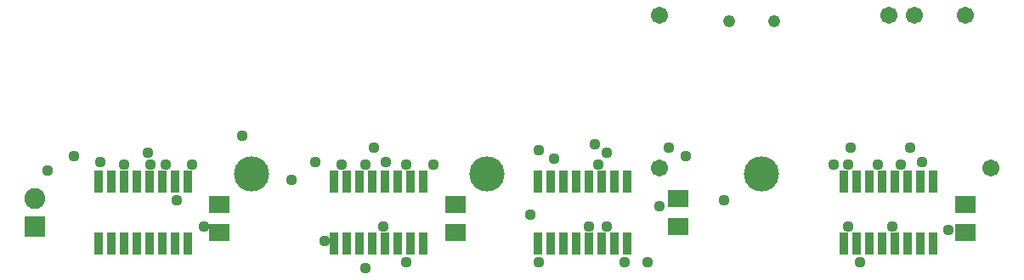
<source format=gbs>
G75*
%MOIN*%
%OFA0B0*%
%FSLAX25Y25*%
%IPPOS*%
%LPD*%
%AMOC8*
5,1,8,0,0,1.08239X$1,22.5*
%
%ADD10R,0.07887X0.07099*%
%ADD11R,0.03400X0.08800*%
%ADD12C,0.13800*%
%ADD13R,0.08200X0.08200*%
%ADD14C,0.08200*%
%ADD15C,0.06706*%
%ADD16C,0.04400*%
%ADD17C,0.04762*%
D10*
X0085750Y0021288D03*
X0085750Y0032312D03*
X0178250Y0032312D03*
X0178250Y0021288D03*
X0265750Y0023788D03*
X0265750Y0034812D03*
X0378250Y0032312D03*
X0378250Y0021288D03*
D11*
X0038250Y0017200D03*
X0043250Y0017200D03*
X0048250Y0017200D03*
X0053250Y0017200D03*
X0058250Y0017200D03*
X0063250Y0017200D03*
X0068250Y0017200D03*
X0073250Y0017200D03*
X0130750Y0017200D03*
X0135750Y0017200D03*
X0140750Y0017200D03*
X0145750Y0017200D03*
X0150750Y0017200D03*
X0155750Y0017200D03*
X0160750Y0017200D03*
X0165750Y0017200D03*
X0210750Y0017200D03*
X0215750Y0017200D03*
X0220750Y0017200D03*
X0225750Y0017200D03*
X0230750Y0017200D03*
X0235750Y0017200D03*
X0240750Y0017200D03*
X0245750Y0017200D03*
X0245750Y0041400D03*
X0240750Y0041400D03*
X0235750Y0041400D03*
X0230750Y0041400D03*
X0225750Y0041400D03*
X0220750Y0041400D03*
X0215750Y0041400D03*
X0210750Y0041400D03*
X0165750Y0041400D03*
X0160750Y0041400D03*
X0155750Y0041400D03*
X0150750Y0041400D03*
X0145750Y0041400D03*
X0140750Y0041400D03*
X0135750Y0041400D03*
X0130750Y0041400D03*
X0073250Y0041400D03*
X0068250Y0041400D03*
X0063250Y0041400D03*
X0058250Y0041400D03*
X0053250Y0041400D03*
X0048250Y0041400D03*
X0043250Y0041400D03*
X0038250Y0041400D03*
X0330750Y0041400D03*
X0335750Y0041400D03*
X0340750Y0041400D03*
X0345750Y0041400D03*
X0350750Y0041400D03*
X0355750Y0041400D03*
X0360750Y0041400D03*
X0365750Y0041400D03*
X0365750Y0017200D03*
X0360750Y0017200D03*
X0355750Y0017200D03*
X0350750Y0017200D03*
X0345750Y0017200D03*
X0340750Y0017200D03*
X0335750Y0017200D03*
X0330750Y0017200D03*
D12*
X0298250Y0044300D03*
X0190750Y0044300D03*
X0098250Y0044300D03*
D13*
X0013250Y0023800D03*
D14*
X0013250Y0034800D03*
D15*
X0258250Y0046800D03*
X0388250Y0046800D03*
X0378250Y0106800D03*
X0358250Y0106800D03*
X0348250Y0106800D03*
X0258250Y0106800D03*
D16*
X0094442Y0059517D03*
X0123300Y0049128D03*
X0133689Y0047973D03*
X0142924Y0047973D03*
X0151004Y0049128D03*
X0159085Y0047973D03*
X0169474Y0047973D03*
X0146387Y0054899D03*
X0114066Y0042202D03*
X0074819Y0047973D03*
X0064430Y0047973D03*
X0058658Y0047973D03*
X0048269Y0047973D03*
X0039034Y0049128D03*
X0028645Y0051436D03*
X0018256Y0045665D03*
X0057504Y0052591D03*
X0069047Y0034121D03*
X0079436Y0023732D03*
X0126763Y0017961D03*
X0149850Y0023732D03*
X0159085Y0009880D03*
X0142924Y0007572D03*
X0207567Y0028350D03*
X0230653Y0023732D03*
X0237579Y0023732D03*
X0258357Y0031813D03*
X0283752Y0034121D03*
X0326463Y0047973D03*
X0332234Y0047973D03*
X0343778Y0047973D03*
X0353012Y0047973D03*
X0361093Y0049128D03*
X0356475Y0054899D03*
X0333389Y0054899D03*
X0268746Y0051436D03*
X0261820Y0054899D03*
X0237579Y0052591D03*
X0232962Y0056054D03*
X0216801Y0050282D03*
X0211030Y0053745D03*
X0234116Y0047973D03*
X0332234Y0023732D03*
X0349549Y0023732D03*
X0371481Y0022578D03*
X0336852Y0009880D03*
X0253740Y0009880D03*
X0244505Y0009880D03*
X0211030Y0009880D03*
D17*
X0285750Y0104300D03*
X0303250Y0104300D03*
M02*

</source>
